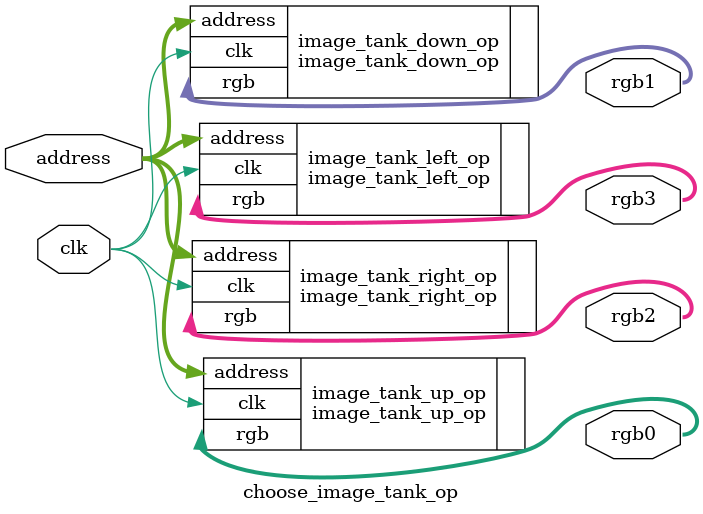
<source format=v>
`timescale 1ns / 1ps
/*
Authors:
Orze³ £ukasz
wiebocki Jakub
*/

module choose_image_tank_op(
    input wire clk,
    input wire [11:0] address,
    
    output wire [11:0] rgb0,
    output wire [11:0] rgb1,
    output wire [11:0] rgb2,
    output wire [11:0] rgb3
);

image_tank_up_op    image_tank_up_op     (.clk(clk), .address(address), .rgb(rgb0));
image_tank_down_op  image_tank_down_op   (.clk(clk), .address(address), .rgb(rgb1));
image_tank_right_op image_tank_right_op  (.clk(clk), .address(address), .rgb(rgb2));
image_tank_left_op  image_tank_left_op   (.clk(clk), .address(address), .rgb(rgb3));
endmodule

</source>
